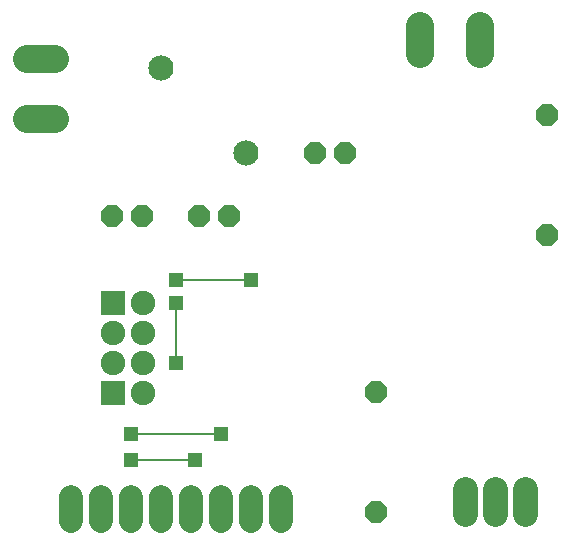
<source format=gbr>
G04 EAGLE Gerber RS-274X export*
G75*
%MOMM*%
%FSLAX34Y34*%
%LPD*%
%INTop Copper*%
%IPPOS*%
%AMOC8*
5,1,8,0,0,1.08239X$1,22.5*%
G01*
%ADD10P,1.979475X8X202.500000*%
%ADD11P,1.979475X8X22.500000*%
%ADD12C,2.133600*%
%ADD13C,2.133600*%
%ADD14P,1.979475X8X112.500000*%
%ADD15R,2.066000X2.066000*%
%ADD16C,2.066000*%
%ADD17C,2.336800*%
%ADD18C,2.032000*%
%ADD19R,1.300000X1.300000*%
%ADD20C,0.152400*%


D10*
X193675Y307975D03*
X168275Y307975D03*
D11*
X95250Y307975D03*
X120650Y307975D03*
D12*
X208301Y361884D03*
X136459Y433726D03*
D10*
X292100Y361950D03*
X266700Y361950D03*
D13*
X393700Y77343D02*
X393700Y56007D01*
X419100Y56007D02*
X419100Y77343D01*
X444500Y77343D02*
X444500Y56007D01*
D14*
X318659Y58015D03*
X318659Y159615D03*
X463550Y292100D03*
X463550Y393700D03*
D15*
X95475Y234950D03*
D16*
X95475Y209550D03*
X95475Y184150D03*
D15*
X95475Y158750D03*
D16*
X120875Y158750D03*
X120875Y184150D03*
X120875Y209550D03*
X120875Y234950D03*
D17*
X46609Y441071D02*
X23241Y441071D01*
X23241Y390779D02*
X46609Y390779D01*
X406146Y445516D02*
X406146Y468884D01*
X355854Y468884D02*
X355854Y445516D01*
D18*
X60325Y70485D02*
X60325Y50165D01*
X85725Y50165D02*
X85725Y70485D01*
X111125Y70485D02*
X111125Y50165D01*
X136525Y50165D02*
X136525Y70485D01*
X161925Y70485D02*
X161925Y50165D01*
X187325Y50165D02*
X187325Y70485D01*
X212725Y70485D02*
X212725Y50165D01*
X238125Y50165D02*
X238125Y70485D01*
D19*
X111125Y123825D03*
X187325Y123825D03*
D20*
X111125Y123825D01*
D19*
X149225Y234950D03*
X149225Y184150D03*
D20*
X149225Y234950D01*
D19*
X149225Y254000D03*
X212725Y254000D03*
D20*
X149225Y254000D01*
D19*
X111125Y101600D03*
X165100Y101600D03*
D20*
X111125Y101600D01*
M02*

</source>
